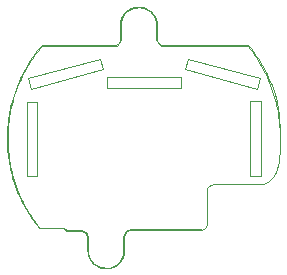
<source format=gm1>
G04*
G04 #@! TF.GenerationSoftware,Altium Limited,Altium Designer,23.3.1 (30)*
G04*
G04 Layer_Color=16711935*
%FSLAX25Y25*%
%MOIN*%
G70*
G04*
G04 #@! TF.SameCoordinates,31E1B7B5-1CAE-4E1F-A508-08906AB7C5AB*
G04*
G04*
G04 #@! TF.FilePolarity,Positive*
G04*
G01*
G75*
%ADD12C,0.00400*%
%ADD48C,0.00000*%
D12*
X338000Y293100D02*
X338900Y292200D01*
X346011Y290100D02*
X345780Y290951D01*
X345240Y291649D01*
X344475Y292088D01*
X343600Y292200D01*
X360500Y292620D02*
X359483Y292430D01*
X358616Y291865D01*
X358032Y291012D01*
X357818Y290000D01*
X354500Y353580D02*
X355612Y353749D01*
X356491Y354452D01*
X356900Y355500D01*
X368702Y356100D02*
X368937Y355113D01*
X369533Y354291D01*
X370398Y353760D01*
X371400Y353600D01*
X330561Y353578D02*
X329922Y352817D01*
X329299Y352043D01*
X328692Y351256D01*
X328102Y350457D01*
X327529Y349645D01*
X326973Y348821D01*
X326435Y347986D01*
X325914Y347139D01*
X325412Y346282D01*
X324927Y345414D01*
X324462Y344536D01*
X324014Y343649D01*
X323586Y342752D01*
X323177Y341846D01*
X322786Y340933D01*
X322416Y340011D01*
X322064Y339081D01*
X321733Y338144D01*
X321421Y337200D01*
X321129Y336251D01*
X320858Y335295D01*
X320607Y334333D01*
X320376Y333367D01*
X320165Y332395D01*
X319975Y331420D01*
X319806Y330441D01*
X319657Y329458D01*
X319529Y328473D01*
X319422Y327485D01*
X319336Y326495D01*
X319271Y325503D01*
X319227Y324510D01*
X319203Y323517D01*
X319201Y322523D01*
X319220Y321530D01*
X319260Y320536D01*
X319320Y319545D01*
X319402Y318554D01*
X319504Y317566D01*
X319627Y316580D01*
X319772Y315596D01*
X319936Y314616D01*
X320122Y313640D01*
X320328Y312668D01*
X320554Y311700D01*
X320801Y310738D01*
X321068Y309781D01*
X321356Y308829D01*
X321663Y307884D01*
X321990Y306946D01*
X322337Y306015D01*
X322703Y305091D01*
X323089Y304175D01*
X323495Y303268D01*
X323919Y302369D01*
X324362Y301480D01*
X324824Y300600D01*
X325304Y299730D01*
X325802Y298870D01*
X326319Y298021D01*
X326853Y297183D01*
X327405Y296357D01*
X327975Y295542D01*
X328561Y294740D01*
X329164Y293950D01*
X329784Y293174D01*
X409906Y322909D02*
X409907Y323909D01*
X409888Y324909D01*
X409847Y325908D01*
X409787Y326906D01*
X409705Y327903D01*
X409602Y328898D01*
X409479Y329890D01*
X409335Y330880D01*
X409171Y331866D01*
X408986Y332849D01*
X408781Y333828D01*
X408556Y334802D01*
X408310Y335771D01*
X408044Y336735D01*
X407758Y337693D01*
X407452Y338646D01*
X407127Y339591D01*
X406782Y340530D01*
X406417Y341461D01*
X406034Y342384D01*
X405631Y343299D01*
X405209Y344206D01*
X404768Y345104D01*
X404309Y345992D01*
X403831Y346870D01*
X403336Y347739D01*
X402822Y348597D01*
X402290Y349444D01*
X401741Y350280D01*
X401175Y351104D01*
X400592Y351916D01*
X399992Y352716D01*
X399376Y353503D01*
X346011Y285506D02*
X346114Y284498D01*
X346388Y283522D01*
X346825Y282608D01*
X347412Y281781D01*
X348132Y281067D01*
X348963Y280487D01*
X349881Y280058D01*
X350859Y279791D01*
X351868Y279696D01*
X352879Y279775D01*
X353861Y280025D01*
X354786Y280440D01*
X355626Y281007D01*
X356357Y281709D01*
X356957Y282526D01*
X357409Y283433D01*
X357699Y284404D01*
X357818Y285411D01*
X368700Y360700D02*
X368597Y361708D01*
X368323Y362684D01*
X367886Y363599D01*
X367299Y364425D01*
X366579Y365139D01*
X365748Y365719D01*
X364830Y366149D01*
X363852Y366415D01*
X362843Y366510D01*
X361832Y366431D01*
X360850Y366181D01*
X359925Y365766D01*
X359085Y365199D01*
X358354Y364497D01*
X357754Y363680D01*
X357302Y362773D01*
X357012Y361802D01*
X356893Y360795D01*
X360500Y292620D02*
X383800D01*
X329784Y293100D02*
X338000D01*
X338900Y292200D02*
X343600D01*
X371400Y353600D02*
X399376D01*
X330561Y353578D02*
X354500Y353580D01*
X356892Y355508D02*
Y360800D01*
X368699Y356102D02*
Y360600D01*
X357818Y285400D02*
Y290200D01*
X346011Y285500D02*
Y290100D01*
D48*
X337776Y292848D02*
X338180Y292201D01*
X338899Y291949D01*
X329533Y293084D02*
X329784Y292848D01*
X330370Y353742D02*
X329728Y352978D01*
X329102Y352201D01*
X328493Y351411D01*
X327901Y350608D01*
X327325Y349793D01*
X326767Y348966D01*
X326226Y348128D01*
X325703Y347278D01*
X325199Y346417D01*
X324712Y345546D01*
X324244Y344665D01*
X323795Y343774D01*
X323364Y342874D01*
X322953Y341965D01*
X322561Y341048D01*
X322188Y340122D01*
X321835Y339189D01*
X321501Y338249D01*
X321188Y337302D01*
X320895Y336348D01*
X320621Y335388D01*
X320368Y334423D01*
X320136Y333453D01*
X319924Y332478D01*
X319732Y331499D01*
X319562Y330516D01*
X319412Y329530D01*
X319282Y328540D01*
X319174Y327548D01*
X319087Y326554D01*
X319021Y325559D01*
X318975Y324562D01*
X318951Y323565D01*
X318948Y322567D01*
X318965Y321569D01*
X319004Y320572D01*
X319064Y319577D01*
X319145Y318582D01*
X319247Y317589D01*
X319369Y316599D01*
X319513Y315612D01*
X319677Y314628D01*
X319862Y313648D01*
X320068Y312671D01*
X320294Y311699D01*
X320541Y310733D01*
X320808Y309771D01*
X321095Y308816D01*
X321402Y307867D01*
X321729Y306924D01*
X322076Y305989D01*
X322443Y305061D01*
X322829Y304141D01*
X323235Y303229D01*
X323659Y302326D01*
X324103Y301432D01*
X324565Y300548D01*
X325046Y299674D01*
X325545Y298810D01*
X326062Y297957D01*
X326597Y297115D01*
X327150Y296284D01*
X327720Y295465D01*
X328308Y294659D01*
X328912Y293865D01*
X329533Y293084D01*
X330563Y353829D02*
X330370Y353742D01*
X354530Y353830D02*
X354500Y353832D01*
X354528Y353830D02*
X354530Y353830D01*
X354530D02*
X355497Y353971D01*
X356268Y354571D01*
X356643Y355472D01*
X356641Y355508D02*
X356643Y355472D01*
X356642Y360830D02*
X356641Y360800D01*
X368952Y360704D02*
X368854Y361699D01*
X368597Y362665D01*
X368187Y363577D01*
X367635Y364411D01*
X366955Y365144D01*
X366165Y365757D01*
X365287Y366235D01*
X364343Y366564D01*
X363358Y366736D01*
X362358Y366746D01*
X361370Y366595D01*
X360419Y366285D01*
X359531Y365825D01*
X358729Y365228D01*
X358034Y364509D01*
X357465Y363687D01*
X357037Y362784D01*
X356760Y361823D01*
X356642Y360830D01*
X368952Y360700D02*
X368952Y360704D01*
X368946Y360648D02*
X368952Y360700D01*
X368951Y360600D02*
X368946Y360648D01*
X368953Y356110D02*
X368951Y356135D01*
X368953Y356110D02*
X369166Y355218D01*
X369703Y354476D01*
X370484Y353996D01*
X371388Y353851D01*
X371400Y353852D02*
X371388Y353851D01*
X399627Y353600D02*
X399376Y353852D01*
X399630Y353599D02*
X399627Y353600D01*
X407615Y339503D02*
X407261Y340456D01*
X406886Y341402D01*
X406492Y342340D01*
X406078Y343270D01*
X405644Y344190D01*
X405190Y345100D01*
X404717Y346001D01*
X404225Y346892D01*
X403714Y347772D01*
X403185Y348641D01*
X402637Y349498D01*
X402071Y350343D01*
X401486Y351177D01*
X400885Y351997D01*
X400266Y352804D01*
X399630Y353599D01*
X409130Y334326D02*
X408900Y335381D01*
X408632Y336427D01*
X408329Y337464D01*
X407990Y338489D01*
X407615Y339503D01*
X409700Y329200D02*
X409657Y330232D01*
X409579Y331261D01*
X409465Y332288D01*
X409315Y333310D01*
X409130Y334326D01*
X409969Y322803D02*
X410001Y323871D01*
X410002Y324940D01*
X409972Y326008D01*
X409912Y327074D01*
X409821Y328139D01*
X409700Y329200D01*
X409700Y316100D02*
X409809Y317053D01*
X409895Y318009D01*
X409957Y318967D01*
X409995Y319925D01*
X410010Y320885D01*
X410001Y321844D01*
X409969Y322803D01*
X409130Y312760D02*
X409385Y313862D01*
X409575Y314976D01*
X409700Y316100D01*
X404300Y307617D02*
X405272Y308016D01*
X406177Y308548D01*
X406997Y309204D01*
X407716Y309969D01*
X408319Y310829D01*
X408793Y311766D01*
X409130Y312760D01*
X387883Y307617D02*
X387011Y307440D01*
X386272Y306945D01*
X385777Y306206D01*
X385600Y305335D01*
X383768Y292368D02*
X384591Y292691D01*
X385228Y293305D01*
X385582Y294115D01*
X385599Y294999D01*
X360445Y292365D02*
X359541Y292178D01*
X358774Y291663D01*
X358258Y290897D01*
X358070Y289993D01*
X358069Y285378D02*
X358067Y285398D01*
X345760Y285488D02*
X345859Y284494D01*
X346117Y283529D01*
X346529Y282619D01*
X347082Y281787D01*
X347762Y281055D01*
X348552Y280444D01*
X349430Y279968D01*
X350374Y279640D01*
X351359Y279470D01*
X352358Y279460D01*
X353345Y279613D01*
X354294Y279923D01*
X355181Y280383D01*
X355982Y280980D01*
X356676Y281699D01*
X357244Y282521D01*
X357672Y283424D01*
X357948Y284384D01*
X358065Y285376D01*
X345759Y285506D02*
X345760Y285502D01*
X345760Y285501D02*
X345760Y285488D01*
X345759Y285500D02*
X345760Y285486D01*
X345756Y290089D02*
X345418Y291070D01*
X344635Y291751D01*
X343617Y291949D01*
X343600Y291949D02*
X343617Y291949D01*
X337776Y292848D02*
X338180Y292201D01*
X338899Y291949D01*
X329533Y293084D02*
X329784Y292848D01*
X330370Y353742D02*
X329728Y352978D01*
X329102Y352201D01*
X328493Y351411D01*
X327901Y350608D01*
X327325Y349793D01*
X326767Y348966D01*
X326226Y348128D01*
X325703Y347278D01*
X325199Y346417D01*
X324712Y345546D01*
X324244Y344665D01*
X323795Y343774D01*
X323364Y342874D01*
X322953Y341965D01*
X322561Y341048D01*
X322188Y340122D01*
X321835Y339189D01*
X321501Y338249D01*
X321188Y337302D01*
X320895Y336348D01*
X320621Y335388D01*
X320368Y334423D01*
X320136Y333453D01*
X319924Y332478D01*
X319732Y331499D01*
X319562Y330516D01*
X319412Y329530D01*
X319282Y328540D01*
X319174Y327548D01*
X319087Y326554D01*
X319021Y325559D01*
X318975Y324562D01*
X318951Y323565D01*
X318948Y322567D01*
X318965Y321569D01*
X319004Y320572D01*
X319064Y319577D01*
X319145Y318582D01*
X319247Y317589D01*
X319369Y316599D01*
X319513Y315612D01*
X319677Y314628D01*
X319862Y313648D01*
X320068Y312671D01*
X320294Y311699D01*
X320541Y310733D01*
X320808Y309771D01*
X321095Y308816D01*
X321402Y307867D01*
X321729Y306924D01*
X322076Y305989D01*
X322443Y305061D01*
X322829Y304141D01*
X323235Y303229D01*
X323659Y302326D01*
X324103Y301432D01*
X324565Y300548D01*
X325046Y299674D01*
X325545Y298810D01*
X326062Y297957D01*
X326597Y297115D01*
X327150Y296284D01*
X327720Y295465D01*
X328308Y294659D01*
X328912Y293865D01*
X329533Y293084D01*
X330563Y353829D02*
X330370Y353742D01*
X354530Y353830D02*
X354500Y353832D01*
X354528Y353830D02*
X354530Y353830D01*
X354530D02*
X355497Y353971D01*
X356268Y354571D01*
X356643Y355472D01*
X356641Y355508D02*
X356643Y355472D01*
X356642Y360830D02*
X356641Y360800D01*
X368952Y360704D02*
X368854Y361699D01*
X368597Y362665D01*
X368187Y363577D01*
X367635Y364411D01*
X366955Y365144D01*
X366165Y365757D01*
X365287Y366235D01*
X364343Y366564D01*
X363358Y366736D01*
X362358Y366746D01*
X361370Y366595D01*
X360419Y366285D01*
X359531Y365825D01*
X358729Y365228D01*
X358034Y364509D01*
X357465Y363687D01*
X357037Y362784D01*
X356760Y361823D01*
X356642Y360830D01*
X368952Y360700D02*
X368952Y360704D01*
X368946Y360648D02*
X368952Y360700D01*
X368951Y360600D02*
X368946Y360648D01*
X368953Y356110D02*
X368951Y356135D01*
X368953Y356110D02*
X369166Y355218D01*
X369703Y354476D01*
X370484Y353996D01*
X371388Y353851D01*
X371400Y353852D02*
X371388Y353851D01*
X399627Y353600D02*
X399376Y353852D01*
X399630Y353599D02*
X399627Y353600D01*
X407615Y339503D02*
X407261Y340456D01*
X406886Y341402D01*
X406492Y342340D01*
X406078Y343270D01*
X405644Y344190D01*
X405190Y345100D01*
X404717Y346001D01*
X404225Y346892D01*
X403714Y347772D01*
X403185Y348641D01*
X402637Y349498D01*
X402071Y350343D01*
X401486Y351177D01*
X400885Y351997D01*
X400266Y352804D01*
X399630Y353599D01*
X409130Y334326D02*
X408900Y335381D01*
X408632Y336427D01*
X408329Y337464D01*
X407990Y338489D01*
X407615Y339503D01*
X409700Y329200D02*
X409657Y330232D01*
X409579Y331261D01*
X409465Y332288D01*
X409315Y333310D01*
X409130Y334326D01*
X409969Y322803D02*
X410001Y323871D01*
X410002Y324940D01*
X409972Y326008D01*
X409912Y327074D01*
X409821Y328139D01*
X409700Y329200D01*
X409700Y316100D02*
X409809Y317053D01*
X409895Y318009D01*
X409957Y318967D01*
X409995Y319925D01*
X410010Y320885D01*
X410001Y321844D01*
X409969Y322803D01*
X409130Y312760D02*
X409385Y313862D01*
X409575Y314976D01*
X409700Y316100D01*
X404300Y307617D02*
X405272Y308016D01*
X406177Y308548D01*
X406997Y309204D01*
X407716Y309969D01*
X408319Y310829D01*
X408793Y311766D01*
X409130Y312760D01*
X387883Y307617D02*
X387011Y307440D01*
X386272Y306945D01*
X385777Y306206D01*
X385600Y305335D01*
X383768Y292368D02*
X384591Y292691D01*
X385228Y293305D01*
X385582Y294115D01*
X385599Y294999D01*
X360445Y292365D02*
X359541Y292178D01*
X358774Y291663D01*
X358258Y290897D01*
X358070Y289993D01*
X358069Y285378D02*
X358067Y285398D01*
X345760Y285488D02*
X345859Y284494D01*
X346117Y283529D01*
X346529Y282619D01*
X347082Y281787D01*
X347762Y281055D01*
X348552Y280444D01*
X349430Y279968D01*
X350374Y279640D01*
X351359Y279470D01*
X352358Y279460D01*
X353345Y279613D01*
X354294Y279923D01*
X355181Y280383D01*
X355982Y280980D01*
X356676Y281699D01*
X357244Y282521D01*
X357672Y283424D01*
X357948Y284384D01*
X358065Y285376D01*
X345759Y285506D02*
X345760Y285502D01*
X345760Y285501D02*
X345760Y285488D01*
X345759Y285500D02*
X345760Y285486D01*
X345756Y290089D02*
X345418Y291070D01*
X344635Y291751D01*
X343617Y291949D01*
X343600Y291949D02*
X343617Y291949D01*
X337776Y292848D02*
X338180Y292201D01*
X338899Y291949D01*
X329533Y293084D02*
X329784Y292848D01*
X330370Y353742D02*
X329728Y352978D01*
X329102Y352201D01*
X328493Y351411D01*
X327901Y350608D01*
X327325Y349793D01*
X326767Y348966D01*
X326226Y348128D01*
X325703Y347278D01*
X325199Y346417D01*
X324712Y345546D01*
X324244Y344665D01*
X323795Y343774D01*
X323364Y342874D01*
X322953Y341965D01*
X322561Y341048D01*
X322188Y340122D01*
X321835Y339189D01*
X321501Y338249D01*
X321188Y337302D01*
X320895Y336348D01*
X320621Y335388D01*
X320368Y334423D01*
X320136Y333453D01*
X319924Y332478D01*
X319732Y331499D01*
X319562Y330516D01*
X319412Y329530D01*
X319282Y328540D01*
X319174Y327548D01*
X319087Y326554D01*
X319021Y325559D01*
X318975Y324562D01*
X318951Y323565D01*
X318948Y322567D01*
X318965Y321569D01*
X319004Y320572D01*
X319064Y319577D01*
X319145Y318582D01*
X319247Y317589D01*
X319369Y316599D01*
X319513Y315612D01*
X319677Y314628D01*
X319862Y313648D01*
X320068Y312671D01*
X320294Y311699D01*
X320541Y310733D01*
X320808Y309771D01*
X321095Y308816D01*
X321402Y307867D01*
X321729Y306924D01*
X322076Y305989D01*
X322443Y305061D01*
X322829Y304141D01*
X323235Y303229D01*
X323659Y302326D01*
X324103Y301432D01*
X324565Y300548D01*
X325046Y299674D01*
X325545Y298810D01*
X326062Y297957D01*
X326597Y297115D01*
X327150Y296284D01*
X327720Y295465D01*
X328308Y294659D01*
X328912Y293865D01*
X329533Y293084D01*
X330563Y353829D02*
X330370Y353742D01*
X354530Y353830D02*
X354500Y353832D01*
X354528Y353830D02*
X354530Y353830D01*
X354530D02*
X355497Y353971D01*
X356268Y354571D01*
X356643Y355472D01*
X356641Y355508D02*
X356643Y355472D01*
X356642Y360830D02*
X356641Y360800D01*
X368952Y360704D02*
X368854Y361699D01*
X368597Y362665D01*
X368187Y363577D01*
X367635Y364411D01*
X366955Y365144D01*
X366165Y365757D01*
X365287Y366235D01*
X364343Y366564D01*
X363358Y366736D01*
X362358Y366746D01*
X361370Y366595D01*
X360419Y366285D01*
X359531Y365825D01*
X358729Y365228D01*
X358034Y364509D01*
X357465Y363687D01*
X357037Y362784D01*
X356760Y361823D01*
X356642Y360830D01*
X368952Y360700D02*
X368952Y360704D01*
X368946Y360648D02*
X368952Y360700D01*
X368951Y360600D02*
X368946Y360648D01*
X368953Y356110D02*
X368951Y356135D01*
X368953Y356110D02*
X369166Y355218D01*
X369703Y354476D01*
X370484Y353996D01*
X371388Y353851D01*
X371400Y353852D02*
X371388Y353851D01*
X399627Y353600D02*
X399376Y353852D01*
X399630Y353599D02*
X399627Y353600D01*
X407615Y339503D02*
X407261Y340456D01*
X406886Y341402D01*
X406492Y342340D01*
X406078Y343270D01*
X405644Y344190D01*
X405190Y345100D01*
X404717Y346001D01*
X404225Y346892D01*
X403714Y347772D01*
X403185Y348641D01*
X402637Y349498D01*
X402071Y350343D01*
X401486Y351177D01*
X400885Y351997D01*
X400266Y352804D01*
X399630Y353599D01*
X409130Y334326D02*
X408900Y335381D01*
X408632Y336427D01*
X408329Y337464D01*
X407990Y338489D01*
X407615Y339503D01*
X409700Y329200D02*
X409657Y330232D01*
X409579Y331261D01*
X409465Y332288D01*
X409315Y333310D01*
X409130Y334326D01*
X409969Y322803D02*
X410001Y323871D01*
X410002Y324940D01*
X409972Y326008D01*
X409912Y327074D01*
X409821Y328139D01*
X409700Y329200D01*
X409700Y316100D02*
X409809Y317053D01*
X409895Y318009D01*
X409957Y318967D01*
X409995Y319925D01*
X410010Y320885D01*
X410001Y321844D01*
X409969Y322803D01*
X409130Y312760D02*
X409385Y313862D01*
X409575Y314976D01*
X409700Y316100D01*
X404300Y307617D02*
X405272Y308016D01*
X406177Y308548D01*
X406997Y309204D01*
X407716Y309969D01*
X408319Y310829D01*
X408793Y311766D01*
X409130Y312760D01*
X387883Y307617D02*
X387011Y307440D01*
X386272Y306945D01*
X385777Y306206D01*
X385600Y305335D01*
X383768Y292368D02*
X384591Y292691D01*
X385228Y293305D01*
X385582Y294115D01*
X385599Y294999D01*
X360445Y292365D02*
X359541Y292178D01*
X358774Y291663D01*
X358258Y290897D01*
X358070Y289993D01*
X358069Y285378D02*
X358067Y285398D01*
X345760Y285488D02*
X345859Y284494D01*
X346117Y283529D01*
X346529Y282619D01*
X347082Y281787D01*
X347762Y281055D01*
X348552Y280444D01*
X349430Y279968D01*
X350374Y279640D01*
X351359Y279470D01*
X352358Y279460D01*
X353345Y279613D01*
X354294Y279923D01*
X355181Y280383D01*
X355982Y280980D01*
X356676Y281699D01*
X357244Y282521D01*
X357672Y283424D01*
X357948Y284384D01*
X358065Y285376D01*
X345759Y285506D02*
X345760Y285502D01*
X345760Y285501D02*
X345760Y285488D01*
X345759Y285500D02*
X345760Y285486D01*
X345756Y290089D02*
X345418Y291070D01*
X344635Y291751D01*
X343617Y291949D01*
X343600Y291949D02*
X343617Y291949D01*
X337776Y292848D02*
X338180Y292201D01*
X338899Y291949D01*
X329533Y293084D02*
X329784Y292848D01*
X330370Y353742D02*
X329728Y352978D01*
X329102Y352201D01*
X328493Y351411D01*
X327901Y350608D01*
X327325Y349793D01*
X326767Y348966D01*
X326226Y348128D01*
X325703Y347278D01*
X325199Y346417D01*
X324712Y345546D01*
X324244Y344665D01*
X323795Y343774D01*
X323364Y342874D01*
X322953Y341965D01*
X322561Y341048D01*
X322188Y340122D01*
X321835Y339189D01*
X321501Y338249D01*
X321188Y337302D01*
X320895Y336348D01*
X320621Y335388D01*
X320368Y334423D01*
X320136Y333453D01*
X319924Y332478D01*
X319732Y331499D01*
X319562Y330516D01*
X319412Y329530D01*
X319282Y328540D01*
X319174Y327548D01*
X319087Y326554D01*
X319021Y325559D01*
X318975Y324562D01*
X318951Y323565D01*
X318948Y322567D01*
X318965Y321569D01*
X319004Y320572D01*
X319064Y319577D01*
X319145Y318582D01*
X319247Y317589D01*
X319369Y316599D01*
X319513Y315612D01*
X319677Y314628D01*
X319862Y313648D01*
X320068Y312671D01*
X320294Y311699D01*
X320541Y310733D01*
X320808Y309771D01*
X321095Y308816D01*
X321402Y307867D01*
X321729Y306924D01*
X322076Y305989D01*
X322443Y305061D01*
X322829Y304141D01*
X323235Y303229D01*
X323659Y302326D01*
X324103Y301432D01*
X324565Y300548D01*
X325046Y299674D01*
X325545Y298810D01*
X326062Y297957D01*
X326597Y297115D01*
X327150Y296284D01*
X327720Y295465D01*
X328308Y294659D01*
X328912Y293865D01*
X329533Y293084D01*
X330563Y353829D02*
X330370Y353742D01*
X354530Y353830D02*
X354500Y353832D01*
X354528Y353830D02*
X354530Y353830D01*
X354530D02*
X355497Y353971D01*
X356268Y354571D01*
X356643Y355472D01*
X356641Y355508D02*
X356643Y355472D01*
X356642Y360830D02*
X356641Y360800D01*
X368952Y360704D02*
X368854Y361699D01*
X368597Y362665D01*
X368187Y363577D01*
X367635Y364411D01*
X366955Y365144D01*
X366165Y365757D01*
X365287Y366235D01*
X364343Y366564D01*
X363358Y366736D01*
X362358Y366746D01*
X361370Y366595D01*
X360419Y366285D01*
X359531Y365825D01*
X358729Y365228D01*
X358034Y364509D01*
X357465Y363687D01*
X357037Y362784D01*
X356760Y361823D01*
X356642Y360830D01*
X368952Y360700D02*
X368952Y360704D01*
X368946Y360648D02*
X368952Y360700D01*
X368951Y360600D02*
X368946Y360648D01*
X368953Y356110D02*
X368951Y356135D01*
X368953Y356110D02*
X369166Y355218D01*
X369703Y354476D01*
X370484Y353996D01*
X371388Y353851D01*
X371400Y353852D02*
X371388Y353851D01*
X399627Y353600D02*
X399376Y353852D01*
X399630Y353599D02*
X399627Y353600D01*
X407615Y339503D02*
X407261Y340456D01*
X406886Y341402D01*
X406492Y342340D01*
X406078Y343270D01*
X405644Y344190D01*
X405190Y345100D01*
X404717Y346001D01*
X404225Y346892D01*
X403714Y347772D01*
X403185Y348641D01*
X402637Y349498D01*
X402071Y350343D01*
X401486Y351177D01*
X400885Y351997D01*
X400266Y352804D01*
X399630Y353599D01*
X409130Y334326D02*
X408900Y335381D01*
X408632Y336427D01*
X408329Y337464D01*
X407990Y338489D01*
X407615Y339503D01*
X409700Y329200D02*
X409657Y330232D01*
X409579Y331261D01*
X409465Y332288D01*
X409315Y333310D01*
X409130Y334326D01*
X409969Y322803D02*
X410001Y323871D01*
X410002Y324940D01*
X409972Y326008D01*
X409912Y327074D01*
X409821Y328139D01*
X409700Y329200D01*
X409700Y316100D02*
X409809Y317053D01*
X409895Y318009D01*
X409957Y318967D01*
X409995Y319925D01*
X410010Y320885D01*
X410001Y321844D01*
X409969Y322803D01*
X409130Y312760D02*
X409385Y313862D01*
X409575Y314976D01*
X409700Y316100D01*
X404300Y307617D02*
X405272Y308016D01*
X406177Y308548D01*
X406997Y309204D01*
X407716Y309969D01*
X408319Y310829D01*
X408793Y311766D01*
X409130Y312760D01*
X387883Y307617D02*
X387011Y307440D01*
X386272Y306945D01*
X385777Y306206D01*
X385600Y305335D01*
X383768Y292368D02*
X384591Y292691D01*
X385228Y293305D01*
X385582Y294115D01*
X385599Y294999D01*
X360445Y292365D02*
X359541Y292178D01*
X358774Y291663D01*
X358258Y290897D01*
X358070Y289993D01*
X358069Y285378D02*
X358067Y285398D01*
X345760Y285488D02*
X345859Y284494D01*
X346117Y283529D01*
X346529Y282619D01*
X347082Y281787D01*
X347762Y281055D01*
X348552Y280444D01*
X349430Y279968D01*
X350374Y279640D01*
X351359Y279470D01*
X352358Y279460D01*
X353345Y279613D01*
X354294Y279923D01*
X355181Y280383D01*
X355982Y280980D01*
X356676Y281699D01*
X357244Y282521D01*
X357672Y283424D01*
X357948Y284384D01*
X358065Y285376D01*
X345759Y285506D02*
X345760Y285502D01*
X345760Y285501D02*
X345760Y285488D01*
X345759Y285500D02*
X345760Y285486D01*
X345756Y290089D02*
X345418Y291070D01*
X344635Y291751D01*
X343617Y291949D01*
X343600Y291949D02*
X343617Y291949D01*
X337776Y292848D02*
X338180Y292201D01*
X338899Y291949D01*
X329533Y293084D02*
X329784Y292848D01*
X330370Y353742D02*
X329728Y352978D01*
X329102Y352201D01*
X328493Y351411D01*
X327901Y350608D01*
X327325Y349793D01*
X326767Y348966D01*
X326226Y348128D01*
X325703Y347278D01*
X325199Y346417D01*
X324712Y345546D01*
X324244Y344665D01*
X323795Y343774D01*
X323364Y342874D01*
X322953Y341965D01*
X322561Y341048D01*
X322188Y340122D01*
X321835Y339189D01*
X321501Y338249D01*
X321188Y337302D01*
X320895Y336348D01*
X320621Y335388D01*
X320368Y334423D01*
X320136Y333453D01*
X319924Y332478D01*
X319732Y331499D01*
X319562Y330516D01*
X319412Y329530D01*
X319282Y328540D01*
X319174Y327548D01*
X319087Y326554D01*
X319021Y325559D01*
X318975Y324562D01*
X318951Y323565D01*
X318948Y322567D01*
X318965Y321569D01*
X319004Y320572D01*
X319064Y319577D01*
X319145Y318582D01*
X319247Y317589D01*
X319369Y316599D01*
X319513Y315612D01*
X319677Y314628D01*
X319862Y313648D01*
X320068Y312671D01*
X320294Y311699D01*
X320541Y310733D01*
X320808Y309771D01*
X321095Y308816D01*
X321402Y307867D01*
X321729Y306924D01*
X322076Y305989D01*
X322443Y305061D01*
X322829Y304141D01*
X323235Y303229D01*
X323659Y302326D01*
X324103Y301432D01*
X324565Y300548D01*
X325046Y299674D01*
X325545Y298810D01*
X326062Y297957D01*
X326597Y297115D01*
X327150Y296284D01*
X327720Y295465D01*
X328308Y294659D01*
X328912Y293865D01*
X329533Y293084D01*
X330563Y353829D02*
X330370Y353742D01*
X354530Y353830D02*
X354500Y353832D01*
X354528Y353830D02*
X354530Y353830D01*
X354530D02*
X355497Y353971D01*
X356268Y354571D01*
X356643Y355472D01*
X356641Y355508D02*
X356643Y355472D01*
X356642Y360830D02*
X356641Y360800D01*
X368952Y360704D02*
X368854Y361699D01*
X368597Y362665D01*
X368187Y363577D01*
X367635Y364411D01*
X366955Y365144D01*
X366165Y365757D01*
X365287Y366235D01*
X364343Y366564D01*
X363358Y366736D01*
X362358Y366746D01*
X361370Y366595D01*
X360419Y366285D01*
X359531Y365825D01*
X358729Y365228D01*
X358034Y364509D01*
X357465Y363687D01*
X357037Y362784D01*
X356760Y361823D01*
X356642Y360830D01*
X368952Y360700D02*
X368952Y360704D01*
X368946Y360648D02*
X368952Y360700D01*
X368951Y360600D02*
X368946Y360648D01*
X368953Y356110D02*
X368951Y356135D01*
X368953Y356110D02*
X369166Y355218D01*
X369703Y354476D01*
X370484Y353996D01*
X371388Y353851D01*
X371400Y353852D02*
X371388Y353851D01*
X399627Y353600D02*
X399376Y353852D01*
X399630Y353599D02*
X399627Y353600D01*
X407615Y339503D02*
X407261Y340456D01*
X406886Y341402D01*
X406492Y342340D01*
X406078Y343270D01*
X405644Y344190D01*
X405190Y345100D01*
X404717Y346001D01*
X404225Y346892D01*
X403714Y347772D01*
X403185Y348641D01*
X402637Y349498D01*
X402071Y350343D01*
X401486Y351177D01*
X400885Y351997D01*
X400266Y352804D01*
X399630Y353599D01*
X409130Y334326D02*
X408900Y335381D01*
X408632Y336427D01*
X408329Y337464D01*
X407990Y338489D01*
X407615Y339503D01*
X409700Y329200D02*
X409657Y330232D01*
X409579Y331261D01*
X409465Y332288D01*
X409315Y333310D01*
X409130Y334326D01*
X409969Y322803D02*
X410001Y323871D01*
X410002Y324940D01*
X409972Y326008D01*
X409912Y327074D01*
X409821Y328139D01*
X409700Y329200D01*
X409700Y316100D02*
X409809Y317053D01*
X409895Y318009D01*
X409957Y318967D01*
X409995Y319925D01*
X410010Y320885D01*
X410001Y321844D01*
X409969Y322803D01*
X409130Y312760D02*
X409385Y313862D01*
X409575Y314976D01*
X409700Y316100D01*
X404300Y307617D02*
X405272Y308016D01*
X406177Y308548D01*
X406997Y309204D01*
X407716Y309969D01*
X408319Y310829D01*
X408793Y311766D01*
X409130Y312760D01*
X387883Y307617D02*
X387011Y307440D01*
X386272Y306945D01*
X385777Y306206D01*
X385600Y305335D01*
X383768Y292368D02*
X384591Y292691D01*
X385228Y293305D01*
X385582Y294115D01*
X385599Y294999D01*
X360445Y292365D02*
X359541Y292178D01*
X358774Y291663D01*
X358258Y290897D01*
X358070Y289993D01*
X358069Y285378D02*
X358067Y285398D01*
X345760Y285488D02*
X345859Y284494D01*
X346117Y283529D01*
X346529Y282619D01*
X347082Y281787D01*
X347762Y281055D01*
X348552Y280444D01*
X349430Y279968D01*
X350374Y279640D01*
X351359Y279470D01*
X352358Y279460D01*
X353345Y279613D01*
X354294Y279923D01*
X355181Y280383D01*
X355982Y280980D01*
X356676Y281699D01*
X357244Y282521D01*
X357672Y283424D01*
X357948Y284384D01*
X358065Y285376D01*
X345759Y285506D02*
X345760Y285502D01*
X345760Y285501D02*
X345760Y285488D01*
X345759Y285500D02*
X345760Y285486D01*
X345756Y290089D02*
X345418Y291070D01*
X344635Y291751D01*
X343617Y291949D01*
X343600Y291949D02*
X343617Y291949D01*
X337776Y292848D02*
X338180Y292201D01*
X338899Y291949D01*
X329533Y293084D02*
X329784Y292848D01*
X330370Y353742D02*
X329728Y352978D01*
X329102Y352201D01*
X328493Y351411D01*
X327901Y350608D01*
X327325Y349793D01*
X326767Y348966D01*
X326226Y348128D01*
X325703Y347278D01*
X325199Y346417D01*
X324712Y345546D01*
X324244Y344665D01*
X323795Y343774D01*
X323364Y342874D01*
X322953Y341965D01*
X322561Y341048D01*
X322188Y340122D01*
X321835Y339189D01*
X321501Y338249D01*
X321188Y337302D01*
X320895Y336348D01*
X320621Y335388D01*
X320368Y334423D01*
X320136Y333453D01*
X319924Y332478D01*
X319732Y331499D01*
X319562Y330516D01*
X319412Y329530D01*
X319282Y328540D01*
X319174Y327548D01*
X319087Y326554D01*
X319021Y325559D01*
X318975Y324562D01*
X318951Y323565D01*
X318948Y322567D01*
X318965Y321569D01*
X319004Y320572D01*
X319064Y319577D01*
X319145Y318582D01*
X319247Y317589D01*
X319369Y316599D01*
X319513Y315612D01*
X319677Y314628D01*
X319862Y313648D01*
X320068Y312671D01*
X320294Y311699D01*
X320541Y310733D01*
X320808Y309771D01*
X321095Y308816D01*
X321402Y307867D01*
X321729Y306924D01*
X322076Y305989D01*
X322443Y305061D01*
X322829Y304141D01*
X323235Y303229D01*
X323659Y302326D01*
X324103Y301432D01*
X324565Y300548D01*
X325046Y299674D01*
X325545Y298810D01*
X326062Y297957D01*
X326597Y297115D01*
X327150Y296284D01*
X327720Y295465D01*
X328308Y294659D01*
X328912Y293865D01*
X329533Y293084D01*
X330563Y353829D02*
X330370Y353742D01*
X354530Y353830D02*
X354500Y353832D01*
X354528Y353830D02*
X354530Y353830D01*
X354530D02*
X355497Y353971D01*
X356268Y354571D01*
X356643Y355472D01*
X356641Y355508D02*
X356643Y355472D01*
X356642Y360830D02*
X356641Y360800D01*
X368952Y360704D02*
X368854Y361699D01*
X368597Y362665D01*
X368187Y363577D01*
X367635Y364411D01*
X366955Y365144D01*
X366165Y365757D01*
X365287Y366235D01*
X364343Y366564D01*
X363358Y366736D01*
X362358Y366746D01*
X361370Y366595D01*
X360419Y366285D01*
X359531Y365825D01*
X358729Y365228D01*
X358034Y364509D01*
X357465Y363687D01*
X357037Y362784D01*
X356760Y361823D01*
X356642Y360830D01*
X368952Y360700D02*
X368952Y360704D01*
X368946Y360648D02*
X368952Y360700D01*
X368951Y360600D02*
X368946Y360648D01*
X368953Y356110D02*
X368951Y356135D01*
X368953Y356110D02*
X369166Y355218D01*
X369703Y354476D01*
X370484Y353996D01*
X371388Y353851D01*
X371400Y353852D02*
X371388Y353851D01*
X399627Y353600D02*
X399376Y353852D01*
X399630Y353599D02*
X399627Y353600D01*
X407615Y339503D02*
X407261Y340456D01*
X406886Y341402D01*
X406492Y342340D01*
X406078Y343270D01*
X405644Y344190D01*
X405190Y345100D01*
X404717Y346001D01*
X404225Y346892D01*
X403714Y347772D01*
X403185Y348641D01*
X402637Y349498D01*
X402071Y350343D01*
X401486Y351177D01*
X400885Y351997D01*
X400266Y352804D01*
X399630Y353599D01*
X409130Y334326D02*
X408900Y335381D01*
X408632Y336427D01*
X408329Y337464D01*
X407990Y338489D01*
X407615Y339503D01*
X409700Y329200D02*
X409657Y330232D01*
X409579Y331261D01*
X409465Y332288D01*
X409315Y333310D01*
X409130Y334326D01*
X409969Y322803D02*
X410001Y323871D01*
X410002Y324940D01*
X409972Y326008D01*
X409912Y327074D01*
X409821Y328139D01*
X409700Y329200D01*
X409700Y316100D02*
X409809Y317053D01*
X409895Y318009D01*
X409957Y318967D01*
X409995Y319925D01*
X410010Y320885D01*
X410001Y321844D01*
X409969Y322803D01*
X409130Y312760D02*
X409385Y313862D01*
X409575Y314976D01*
X409700Y316100D01*
X404300Y307617D02*
X405272Y308016D01*
X406177Y308548D01*
X406997Y309204D01*
X407716Y309969D01*
X408319Y310829D01*
X408793Y311766D01*
X409130Y312760D01*
X387883Y307617D02*
X387011Y307440D01*
X386272Y306945D01*
X385777Y306206D01*
X385600Y305335D01*
X383768Y292368D02*
X384591Y292691D01*
X385228Y293305D01*
X385582Y294115D01*
X385599Y294999D01*
X360445Y292365D02*
X359541Y292178D01*
X358774Y291663D01*
X358258Y290897D01*
X358070Y289993D01*
X358069Y285378D02*
X358067Y285398D01*
X345760Y285488D02*
X345859Y284494D01*
X346117Y283529D01*
X346529Y282619D01*
X347082Y281787D01*
X347762Y281055D01*
X348552Y280444D01*
X349430Y279968D01*
X350374Y279640D01*
X351359Y279470D01*
X352358Y279460D01*
X353345Y279613D01*
X354294Y279923D01*
X355181Y280383D01*
X355982Y280980D01*
X356676Y281699D01*
X357244Y282521D01*
X357672Y283424D01*
X357948Y284384D01*
X358065Y285376D01*
X345759Y285506D02*
X345760Y285502D01*
X345760Y285501D02*
X345760Y285488D01*
X345759Y285500D02*
X345760Y285486D01*
X345756Y290089D02*
X345418Y291070D01*
X344635Y291751D01*
X343617Y291949D01*
X343600Y291949D02*
X343617Y291949D01*
X337776Y292848D02*
X338180Y292201D01*
X338899Y291949D01*
X329533Y293084D02*
X329784Y292848D01*
X330370Y353742D02*
X329728Y352978D01*
X329102Y352201D01*
X328493Y351411D01*
X327901Y350608D01*
X327325Y349793D01*
X326767Y348966D01*
X326226Y348128D01*
X325703Y347278D01*
X325199Y346417D01*
X324712Y345546D01*
X324244Y344665D01*
X323795Y343774D01*
X323364Y342874D01*
X322953Y341965D01*
X322561Y341048D01*
X322188Y340122D01*
X321835Y339189D01*
X321501Y338249D01*
X321188Y337302D01*
X320895Y336348D01*
X320621Y335388D01*
X320368Y334423D01*
X320136Y333453D01*
X319924Y332478D01*
X319732Y331499D01*
X319562Y330516D01*
X319412Y329530D01*
X319282Y328540D01*
X319174Y327548D01*
X319087Y326554D01*
X319021Y325559D01*
X318975Y324562D01*
X318951Y323565D01*
X318948Y322567D01*
X318965Y321569D01*
X319004Y320572D01*
X319064Y319577D01*
X319145Y318582D01*
X319247Y317589D01*
X319369Y316599D01*
X319513Y315612D01*
X319677Y314628D01*
X319862Y313648D01*
X320068Y312671D01*
X320294Y311699D01*
X320541Y310733D01*
X320808Y309771D01*
X321095Y308816D01*
X321402Y307867D01*
X321729Y306924D01*
X322076Y305989D01*
X322443Y305061D01*
X322829Y304141D01*
X323235Y303229D01*
X323659Y302326D01*
X324103Y301432D01*
X324565Y300548D01*
X325046Y299674D01*
X325545Y298810D01*
X326062Y297957D01*
X326597Y297115D01*
X327150Y296284D01*
X327720Y295465D01*
X328308Y294659D01*
X328912Y293865D01*
X329533Y293084D01*
X330563Y353829D02*
X330370Y353742D01*
X354530Y353830D02*
X354500Y353832D01*
X354528Y353830D02*
X354530Y353830D01*
X354530D02*
X355497Y353971D01*
X356268Y354571D01*
X356643Y355472D01*
X356641Y355508D02*
X356643Y355472D01*
X356642Y360830D02*
X356641Y360800D01*
X368952Y360704D02*
X368854Y361699D01*
X368597Y362665D01*
X368187Y363577D01*
X367635Y364411D01*
X366955Y365144D01*
X366165Y365757D01*
X365287Y366235D01*
X364343Y366564D01*
X363358Y366736D01*
X362358Y366746D01*
X361370Y366595D01*
X360419Y366285D01*
X359531Y365825D01*
X358729Y365228D01*
X358034Y364509D01*
X357465Y363687D01*
X357037Y362784D01*
X356760Y361823D01*
X356642Y360830D01*
X368952Y360700D02*
X368952Y360704D01*
X368946Y360648D02*
X368952Y360700D01*
X368951Y360600D02*
X368946Y360648D01*
X368953Y356110D02*
X368951Y356135D01*
X368953Y356110D02*
X369166Y355218D01*
X369703Y354476D01*
X370484Y353996D01*
X371388Y353851D01*
X371400Y353852D02*
X371388Y353851D01*
X399627Y353600D02*
X399376Y353852D01*
X399630Y353599D02*
X399627Y353600D01*
X407615Y339503D02*
X407261Y340456D01*
X406886Y341402D01*
X406492Y342340D01*
X406078Y343270D01*
X405644Y344190D01*
X405190Y345100D01*
X404717Y346001D01*
X404225Y346892D01*
X403714Y347772D01*
X403185Y348641D01*
X402637Y349498D01*
X402071Y350343D01*
X401486Y351177D01*
X400885Y351997D01*
X400266Y352804D01*
X399630Y353599D01*
X409130Y334326D02*
X408900Y335381D01*
X408632Y336427D01*
X408329Y337464D01*
X407990Y338489D01*
X407615Y339503D01*
X409700Y329200D02*
X409657Y330232D01*
X409579Y331261D01*
X409465Y332288D01*
X409315Y333310D01*
X409130Y334326D01*
X409969Y322803D02*
X410001Y323871D01*
X410002Y324940D01*
X409972Y326008D01*
X409912Y327074D01*
X409821Y328139D01*
X409700Y329200D01*
X409700Y316100D02*
X409809Y317053D01*
X409895Y318009D01*
X409957Y318967D01*
X409995Y319925D01*
X410010Y320885D01*
X410001Y321844D01*
X409969Y322803D01*
X409130Y312760D02*
X409385Y313862D01*
X409575Y314976D01*
X409700Y316100D01*
X404300Y307617D02*
X405272Y308016D01*
X406177Y308548D01*
X406997Y309204D01*
X407716Y309969D01*
X408319Y310829D01*
X408793Y311766D01*
X409130Y312760D01*
X387883Y307617D02*
X387011Y307440D01*
X386272Y306945D01*
X385777Y306206D01*
X385600Y305335D01*
X383768Y292368D02*
X384591Y292691D01*
X385228Y293305D01*
X385582Y294115D01*
X385599Y294999D01*
X360445Y292365D02*
X359541Y292178D01*
X358774Y291663D01*
X358258Y290897D01*
X358070Y289993D01*
X358069Y285378D02*
X358067Y285398D01*
X345760Y285488D02*
X345859Y284494D01*
X346117Y283529D01*
X346529Y282619D01*
X347082Y281787D01*
X347762Y281055D01*
X348552Y280444D01*
X349430Y279968D01*
X350374Y279640D01*
X351359Y279470D01*
X352358Y279460D01*
X353345Y279613D01*
X354294Y279923D01*
X355181Y280383D01*
X355982Y280980D01*
X356676Y281699D01*
X357244Y282521D01*
X357672Y283424D01*
X357948Y284384D01*
X358065Y285376D01*
X345759Y285506D02*
X345760Y285502D01*
X345760Y285501D02*
X345760Y285488D01*
X345759Y285500D02*
X345760Y285486D01*
X345756Y290089D02*
X345418Y291070D01*
X344635Y291751D01*
X343617Y291949D01*
X343600Y291949D02*
X343617Y291949D01*
X337776Y292848D02*
X338180Y292201D01*
X338899Y291949D01*
X329533Y293084D02*
X329784Y292848D01*
X330370Y353742D02*
X329728Y352978D01*
X329102Y352201D01*
X328493Y351411D01*
X327901Y350608D01*
X327325Y349793D01*
X326767Y348966D01*
X326226Y348128D01*
X325703Y347278D01*
X325199Y346417D01*
X324712Y345546D01*
X324244Y344665D01*
X323795Y343774D01*
X323364Y342874D01*
X322953Y341965D01*
X322561Y341048D01*
X322188Y340122D01*
X321835Y339189D01*
X321501Y338249D01*
X321188Y337302D01*
X320895Y336348D01*
X320621Y335388D01*
X320368Y334423D01*
X320136Y333453D01*
X319924Y332478D01*
X319732Y331499D01*
X319562Y330516D01*
X319412Y329530D01*
X319282Y328540D01*
X319174Y327548D01*
X319087Y326554D01*
X319021Y325559D01*
X318975Y324562D01*
X318951Y323565D01*
X318948Y322567D01*
X318965Y321569D01*
X319004Y320572D01*
X319064Y319577D01*
X319145Y318582D01*
X319247Y317589D01*
X319369Y316599D01*
X319513Y315612D01*
X319677Y314628D01*
X319862Y313648D01*
X320068Y312671D01*
X320294Y311699D01*
X320541Y310733D01*
X320808Y309771D01*
X321095Y308816D01*
X321402Y307867D01*
X321729Y306924D01*
X322076Y305989D01*
X322443Y305061D01*
X322829Y304141D01*
X323235Y303229D01*
X323659Y302326D01*
X324103Y301432D01*
X324565Y300548D01*
X325046Y299674D01*
X325545Y298810D01*
X326062Y297957D01*
X326597Y297115D01*
X327150Y296284D01*
X327720Y295465D01*
X328308Y294659D01*
X328912Y293865D01*
X329533Y293084D01*
X330563Y353829D02*
X330370Y353742D01*
X354530Y353830D02*
X354500Y353832D01*
X354528Y353830D02*
X354530Y353830D01*
X354530D02*
X355497Y353971D01*
X356268Y354571D01*
X356643Y355472D01*
X356641Y355508D02*
X356643Y355472D01*
X356642Y360830D02*
X356641Y360800D01*
X368952Y360704D02*
X368854Y361699D01*
X368597Y362665D01*
X368187Y363577D01*
X367635Y364411D01*
X366955Y365144D01*
X366165Y365757D01*
X365287Y366235D01*
X364343Y366564D01*
X363358Y366736D01*
X362358Y366746D01*
X361370Y366595D01*
X360419Y366285D01*
X359531Y365825D01*
X358729Y365228D01*
X358034Y364509D01*
X357465Y363687D01*
X357037Y362784D01*
X356760Y361823D01*
X356642Y360830D01*
X368952Y360700D02*
X368952Y360704D01*
X368946Y360648D02*
X368952Y360700D01*
X368951Y360600D02*
X368946Y360648D01*
X368953Y356110D02*
X368951Y356135D01*
X368953Y356110D02*
X369166Y355218D01*
X369703Y354476D01*
X370484Y353996D01*
X371388Y353851D01*
X371400Y353852D02*
X371388Y353851D01*
X399627Y353600D02*
X399376Y353852D01*
X399630Y353599D02*
X399627Y353600D01*
X407615Y339503D02*
X407261Y340456D01*
X406886Y341402D01*
X406492Y342340D01*
X406078Y343270D01*
X405644Y344190D01*
X405190Y345100D01*
X404717Y346001D01*
X404225Y346892D01*
X403714Y347772D01*
X403185Y348641D01*
X402637Y349498D01*
X402071Y350343D01*
X401486Y351177D01*
X400885Y351997D01*
X400266Y352804D01*
X399630Y353599D01*
X409130Y334326D02*
X408900Y335381D01*
X408632Y336427D01*
X408329Y337464D01*
X407990Y338489D01*
X407615Y339503D01*
X409700Y329200D02*
X409657Y330232D01*
X409579Y331261D01*
X409465Y332288D01*
X409315Y333310D01*
X409130Y334326D01*
X409969Y322803D02*
X410001Y323871D01*
X410002Y324940D01*
X409972Y326008D01*
X409912Y327074D01*
X409821Y328139D01*
X409700Y329200D01*
X409700Y316100D02*
X409809Y317053D01*
X409895Y318009D01*
X409957Y318967D01*
X409995Y319925D01*
X410010Y320885D01*
X410001Y321844D01*
X409969Y322803D01*
X409130Y312760D02*
X409385Y313862D01*
X409575Y314976D01*
X409700Y316100D01*
X404300Y307617D02*
X405272Y308016D01*
X406177Y308548D01*
X406997Y309204D01*
X407716Y309969D01*
X408319Y310829D01*
X408793Y311766D01*
X409130Y312760D01*
X387883Y307617D02*
X387011Y307440D01*
X386272Y306945D01*
X385777Y306206D01*
X385600Y305335D01*
X383768Y292368D02*
X384591Y292691D01*
X385228Y293305D01*
X385582Y294115D01*
X385599Y294999D01*
X360445Y292365D02*
X359541Y292178D01*
X358774Y291663D01*
X358258Y290897D01*
X358070Y289993D01*
X358069Y285378D02*
X358067Y285398D01*
X345760Y285488D02*
X345859Y284494D01*
X346117Y283529D01*
X346529Y282619D01*
X347082Y281787D01*
X347762Y281055D01*
X348552Y280444D01*
X349430Y279968D01*
X350374Y279640D01*
X351359Y279470D01*
X352358Y279460D01*
X353345Y279613D01*
X354294Y279923D01*
X355181Y280383D01*
X355982Y280980D01*
X356676Y281699D01*
X357244Y282521D01*
X357672Y283424D01*
X357948Y284384D01*
X358065Y285376D01*
X345759Y285506D02*
X345760Y285502D01*
X345760Y285501D02*
X345760Y285488D01*
X345759Y285500D02*
X345760Y285486D01*
X345756Y290089D02*
X345418Y291070D01*
X344635Y291751D01*
X343617Y291949D01*
X343600Y291949D02*
X343617Y291949D01*
X337776Y292848D02*
X338180Y292201D01*
X338899Y291949D01*
X329533Y293084D02*
X329784Y292848D01*
X330370Y353742D02*
X329728Y352978D01*
X329102Y352201D01*
X328493Y351411D01*
X327901Y350608D01*
X327325Y349793D01*
X326767Y348966D01*
X326226Y348128D01*
X325703Y347278D01*
X325199Y346417D01*
X324712Y345546D01*
X324244Y344665D01*
X323795Y343774D01*
X323364Y342874D01*
X322953Y341965D01*
X322561Y341048D01*
X322188Y340122D01*
X321835Y339189D01*
X321501Y338249D01*
X321188Y337302D01*
X320895Y336348D01*
X320621Y335388D01*
X320368Y334423D01*
X320136Y333453D01*
X319924Y332478D01*
X319732Y331499D01*
X319562Y330516D01*
X319412Y329530D01*
X319282Y328540D01*
X319174Y327548D01*
X319087Y326554D01*
X319021Y325559D01*
X318975Y324562D01*
X318951Y323565D01*
X318948Y322567D01*
X318965Y321569D01*
X319004Y320572D01*
X319064Y319577D01*
X319145Y318582D01*
X319247Y317589D01*
X319369Y316599D01*
X319513Y315612D01*
X319677Y314628D01*
X319862Y313648D01*
X320068Y312671D01*
X320294Y311699D01*
X320541Y310733D01*
X320808Y309771D01*
X321095Y308816D01*
X321402Y307867D01*
X321729Y306924D01*
X322076Y305989D01*
X322443Y305061D01*
X322829Y304141D01*
X323235Y303229D01*
X323659Y302326D01*
X324103Y301432D01*
X324565Y300548D01*
X325046Y299674D01*
X325545Y298810D01*
X326062Y297957D01*
X326597Y297115D01*
X327150Y296284D01*
X327720Y295465D01*
X328308Y294659D01*
X328912Y293865D01*
X329533Y293084D01*
X330563Y353829D02*
X330370Y353742D01*
X354530Y353830D02*
X354500Y353832D01*
X354528Y353830D02*
X354530Y353830D01*
X354530D02*
X355497Y353971D01*
X356268Y354571D01*
X356643Y355472D01*
X356641Y355508D02*
X356643Y355472D01*
X356642Y360830D02*
X356641Y360800D01*
X368952Y360704D02*
X368854Y361699D01*
X368597Y362665D01*
X368187Y363577D01*
X367635Y364411D01*
X366955Y365144D01*
X366165Y365757D01*
X365287Y366235D01*
X364343Y366564D01*
X363358Y366736D01*
X362358Y366746D01*
X361370Y366595D01*
X360419Y366285D01*
X359531Y365825D01*
X358729Y365228D01*
X358034Y364509D01*
X357465Y363687D01*
X357037Y362784D01*
X356760Y361823D01*
X356642Y360830D01*
X368952Y360700D02*
X368952Y360704D01*
X368946Y360648D02*
X368952Y360700D01*
X368951Y360600D02*
X368946Y360648D01*
X368953Y356110D02*
X368951Y356135D01*
X368953Y356110D02*
X369166Y355218D01*
X369703Y354476D01*
X370484Y353996D01*
X371388Y353851D01*
X371400Y353852D02*
X371388Y353851D01*
X399627Y353600D02*
X399376Y353852D01*
X399630Y353599D02*
X399627Y353600D01*
X407615Y339503D02*
X407261Y340456D01*
X406886Y341402D01*
X406492Y342340D01*
X406078Y343270D01*
X405644Y344190D01*
X405190Y345100D01*
X404717Y346001D01*
X404225Y346892D01*
X403714Y347772D01*
X403185Y348641D01*
X402637Y349498D01*
X402071Y350343D01*
X401486Y351177D01*
X400885Y351997D01*
X400266Y352804D01*
X399630Y353599D01*
X409130Y334326D02*
X408900Y335381D01*
X408632Y336427D01*
X408329Y337464D01*
X407990Y338489D01*
X407615Y339503D01*
X409700Y329200D02*
X409657Y330232D01*
X409579Y331261D01*
X409465Y332288D01*
X409315Y333310D01*
X409130Y334326D01*
X409969Y322803D02*
X410001Y323871D01*
X410002Y324940D01*
X409972Y326008D01*
X409912Y327074D01*
X409821Y328139D01*
X409700Y329200D01*
X409700Y316100D02*
X409809Y317053D01*
X409895Y318009D01*
X409957Y318967D01*
X409995Y319925D01*
X410010Y320885D01*
X410001Y321844D01*
X409969Y322803D01*
X409130Y312760D02*
X409385Y313862D01*
X409575Y314976D01*
X409700Y316100D01*
X404300Y307617D02*
X405272Y308016D01*
X406177Y308548D01*
X406997Y309204D01*
X407716Y309969D01*
X408319Y310829D01*
X408793Y311766D01*
X409130Y312760D01*
X387883Y307617D02*
X387011Y307440D01*
X386272Y306945D01*
X385777Y306206D01*
X385600Y305335D01*
X383768Y292368D02*
X384591Y292691D01*
X385228Y293305D01*
X385582Y294115D01*
X385599Y294999D01*
X360445Y292365D02*
X359541Y292178D01*
X358774Y291663D01*
X358258Y290897D01*
X358070Y289993D01*
X358069Y285378D02*
X358067Y285398D01*
X345760Y285488D02*
X345859Y284494D01*
X346117Y283529D01*
X346529Y282619D01*
X347082Y281787D01*
X347762Y281055D01*
X348552Y280444D01*
X349430Y279968D01*
X350374Y279640D01*
X351359Y279470D01*
X352358Y279460D01*
X353345Y279613D01*
X354294Y279923D01*
X355181Y280383D01*
X355982Y280980D01*
X356676Y281699D01*
X357244Y282521D01*
X357672Y283424D01*
X357948Y284384D01*
X358065Y285376D01*
X345759Y285506D02*
X345760Y285502D01*
X345760Y285501D02*
X345760Y285488D01*
X345759Y285500D02*
X345760Y285486D01*
X345756Y290089D02*
X345418Y291070D01*
X344635Y291751D01*
X343617Y291949D01*
X343600Y291949D02*
X343617Y291949D01*
X325585Y310200D02*
Y335043D01*
Y310200D02*
X329128D01*
Y335043D01*
X325585D02*
X329128D01*
X326019Y342812D02*
X350014Y349242D01*
X326019Y342812D02*
X326936Y339389D01*
X350932Y345819D01*
X350014Y349242D02*
X350932Y345819D01*
X352200Y343115D02*
X377043D01*
X352200Y339572D02*
Y343115D01*
Y339572D02*
X377043D01*
Y343115D01*
X379387Y349216D02*
X403383Y342786D01*
X378470Y345794D02*
X379387Y349216D01*
X378470Y345794D02*
X402466Y339364D01*
X403383Y342786D01*
X403515Y310439D02*
Y335282D01*
X399972D02*
X403515D01*
X399972Y310439D02*
Y335282D01*
Y310439D02*
X403515D01*
X329784Y292848D02*
X337776D01*
X330563Y353829D02*
X354500Y353832D01*
X354528Y353830D02*
X354530Y353830D01*
X356641Y355508D02*
Y360800D01*
X368951Y356135D02*
Y360600D01*
X371400Y353852D02*
X399376D01*
X398251Y307617D02*
X404300D01*
X387883D02*
X398251D01*
X385600Y305335D02*
X385600Y303026D01*
Y295000D02*
Y303026D01*
X360447Y292368D02*
X383768D01*
X358070Y285400D02*
Y289993D01*
X345759Y285506D02*
X345760Y285488D01*
X345759Y285500D02*
Y290091D01*
X338899Y291949D02*
X343600D01*
M02*

</source>
